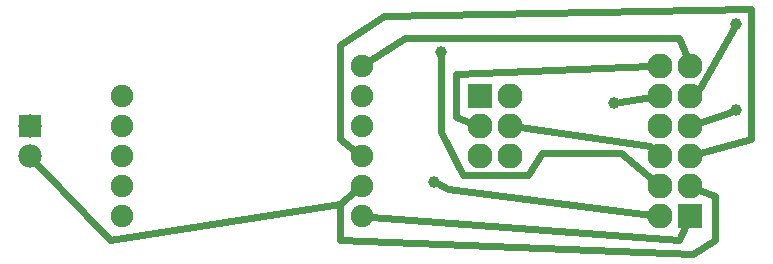
<source format=gtl>
G04 MADE WITH FRITZING*
G04 WWW.FRITZING.ORG*
G04 DOUBLE SIDED*
G04 HOLES PLATED*
G04 CONTOUR ON CENTER OF CONTOUR VECTOR*
%ASAXBY*%
%FSLAX23Y23*%
%MOIN*%
%OFA0B0*%
%SFA1.0B1.0*%
%ADD10C,0.078000*%
%ADD11C,0.083307*%
%ADD12C,0.075000*%
%ADD13C,0.039370*%
%ADD14R,0.078000X0.078000*%
%ADD15R,0.083307X0.083307*%
%ADD16C,0.024000*%
%LNCOPPER1*%
G90*
G70*
G54D10*
X172Y643D03*
X172Y543D03*
G54D11*
X2272Y343D03*
X2272Y443D03*
X2272Y543D03*
X2272Y643D03*
X2272Y743D03*
X2272Y843D03*
X2372Y343D03*
X2372Y443D03*
X2372Y543D03*
X2372Y643D03*
X2372Y743D03*
X2372Y843D03*
X1772Y743D03*
X1772Y643D03*
X1772Y543D03*
X1672Y743D03*
X1672Y643D03*
X1672Y543D03*
G54D12*
X1278Y843D03*
X1278Y743D03*
X1278Y643D03*
X1278Y543D03*
X1278Y443D03*
X1278Y343D03*
X478Y743D03*
X478Y643D03*
X478Y543D03*
X478Y443D03*
X478Y343D03*
G54D13*
X2118Y720D03*
X1518Y456D03*
X2526Y984D03*
X2526Y696D03*
X1542Y888D03*
G54D14*
X172Y643D03*
G54D15*
X2372Y343D03*
X1672Y743D03*
G54D16*
X2249Y566D02*
X2238Y576D01*
D02*
X2238Y576D02*
X1805Y638D01*
D02*
X2240Y842D02*
X1590Y816D01*
D02*
X1590Y816D02*
X1590Y672D01*
D02*
X1590Y672D02*
X1642Y654D01*
D02*
X2358Y313D02*
X2334Y264D01*
D02*
X2334Y264D02*
X1307Y341D01*
D02*
X2247Y464D02*
X2142Y552D01*
D02*
X2142Y552D02*
X1878Y552D01*
D02*
X1878Y552D02*
X1830Y480D01*
D02*
X1830Y480D02*
X1614Y480D01*
D02*
X1614Y480D02*
X1542Y624D01*
D02*
X1542Y624D02*
X1542Y869D01*
D02*
X2137Y723D02*
X2240Y738D01*
D02*
X2360Y873D02*
X2334Y936D01*
D02*
X2334Y936D02*
X1422Y936D01*
D02*
X1422Y936D02*
X1302Y858D01*
D02*
X2517Y968D02*
X2406Y768D01*
D02*
X2406Y768D02*
X2399Y763D01*
D02*
X2508Y690D02*
X2403Y654D01*
D02*
X1535Y448D02*
X1566Y432D01*
D02*
X1566Y432D02*
X2240Y347D01*
D02*
X2403Y430D02*
X2454Y408D01*
D02*
X2454Y408D02*
X2454Y264D01*
D02*
X2454Y264D02*
X2382Y216D01*
D02*
X2382Y216D02*
X1206Y264D01*
D02*
X1206Y264D02*
X1206Y384D01*
D02*
X1206Y384D02*
X1256Y425D01*
D02*
X193Y521D02*
X438Y264D01*
D02*
X438Y264D02*
X1206Y384D01*
D02*
X1256Y561D02*
X1206Y600D01*
D02*
X1206Y600D02*
X1206Y912D01*
D02*
X1206Y912D02*
X1350Y1008D01*
D02*
X1350Y1008D02*
X2574Y1032D01*
D02*
X2574Y1032D02*
X2574Y600D01*
D02*
X2574Y600D02*
X2404Y552D01*
G04 End of Copper1*
M02*
</source>
